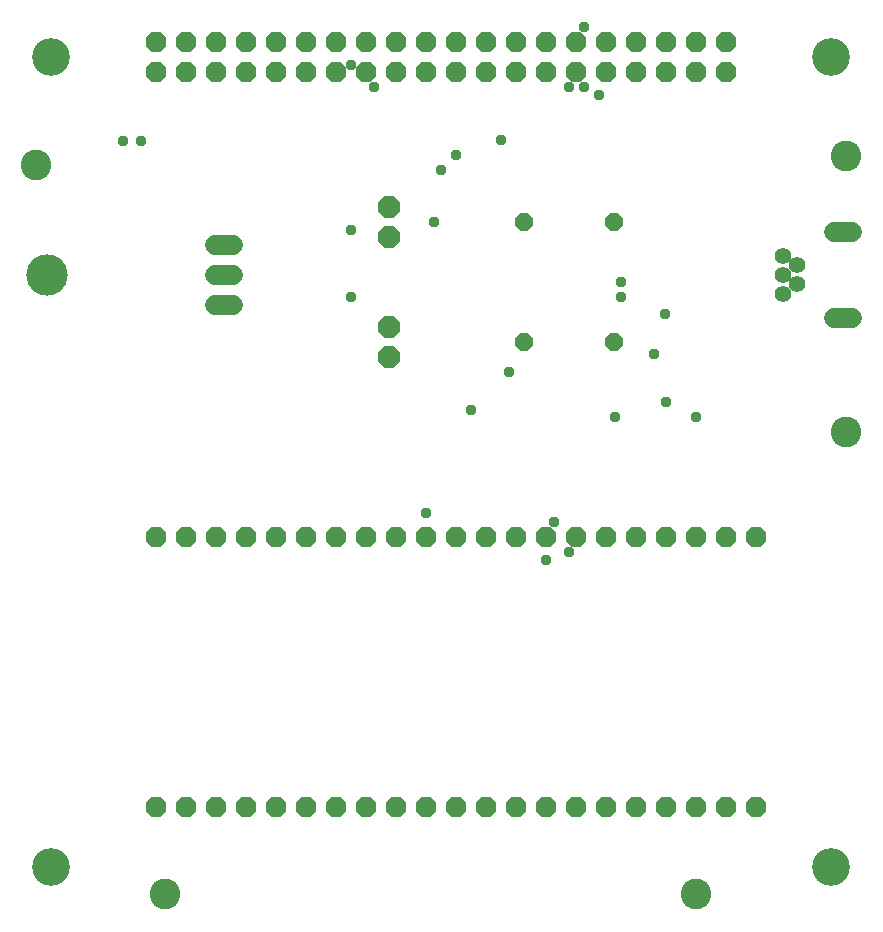
<source format=gbr>
G04 EAGLE Gerber RS-274X export*
G75*
%MOMM*%
%FSLAX34Y34*%
%LPD*%
%INSoldermask Bottom*%
%IPPOS*%
%AMOC8*
5,1,8,0,0,1.08239X$1,22.5*%
G01*
%ADD10P,1.951982X8X292.500000*%
%ADD11C,1.727200*%
%ADD12C,3.505200*%
%ADD13P,1.869504X8X202.500000*%
%ADD14C,1.711200*%
%ADD15C,1.411200*%
%ADD16P,1.649562X8X202.500000*%
%ADD17C,3.203200*%
%ADD18C,2.603200*%
%ADD19P,1.852186X8X22.500000*%
%ADD20C,0.959600*%


D10*
X336550Y406400D03*
X336550Y381000D03*
X336550Y508000D03*
X336550Y482600D03*
D11*
X204470Y425450D02*
X189230Y425450D01*
X189230Y450850D02*
X204470Y450850D01*
X204470Y476250D02*
X189230Y476250D01*
D12*
X46990Y450850D03*
D13*
X622300Y622300D03*
X622300Y647700D03*
X596900Y622300D03*
X596900Y647700D03*
X571500Y622300D03*
X571500Y647700D03*
X546100Y622300D03*
X546100Y647700D03*
X520700Y622300D03*
X520700Y647700D03*
X495300Y622300D03*
X495300Y647700D03*
X469900Y622300D03*
X469900Y647700D03*
X444500Y622300D03*
X444500Y647700D03*
X419100Y622300D03*
X419100Y647700D03*
X393700Y622300D03*
X393700Y647700D03*
X368300Y622300D03*
X368300Y647700D03*
X342900Y622300D03*
X342900Y647700D03*
X317500Y622300D03*
X317500Y647700D03*
X292100Y622300D03*
X292100Y647700D03*
X266700Y622300D03*
X266700Y647700D03*
X241300Y622300D03*
X241300Y647700D03*
X215900Y622300D03*
X215900Y647700D03*
X190500Y622300D03*
X190500Y647700D03*
X165100Y622300D03*
X165100Y647700D03*
X139700Y622300D03*
X139700Y647700D03*
D14*
X713210Y414350D02*
X728290Y414350D01*
X728290Y487350D02*
X713210Y487350D01*
D15*
X682250Y458850D03*
X670250Y450850D03*
X670250Y434850D03*
X670250Y466850D03*
X682250Y442850D03*
D16*
X527050Y393700D03*
X450850Y393700D03*
X527050Y495300D03*
X450850Y495300D03*
D17*
X50800Y635000D03*
X711200Y635000D03*
X50800Y-50800D03*
X711200Y-50800D03*
D18*
X147320Y-73660D03*
X596900Y-73660D03*
X38100Y543560D03*
X723900Y551180D03*
X723900Y317500D03*
D19*
X139700Y228600D03*
X165100Y228600D03*
X190500Y228600D03*
X215900Y228600D03*
X241300Y228600D03*
X266700Y228600D03*
X292100Y228600D03*
X317500Y228600D03*
X342900Y228600D03*
X368300Y228600D03*
X393700Y228600D03*
X419100Y228600D03*
X444500Y228600D03*
X469900Y228600D03*
X495300Y228600D03*
X520700Y228600D03*
X546100Y228600D03*
X571500Y228600D03*
X596900Y228600D03*
X622300Y228600D03*
X647700Y228600D03*
X139700Y0D03*
X165100Y0D03*
X190500Y0D03*
X215900Y0D03*
X241300Y0D03*
X266700Y0D03*
X292100Y0D03*
X317500Y0D03*
X342900Y0D03*
X368300Y0D03*
X393700Y0D03*
X419100Y0D03*
X444500Y0D03*
X469900Y0D03*
X495300Y0D03*
X520700Y0D03*
X546100Y0D03*
X571500Y0D03*
X596900Y0D03*
X622300Y0D03*
X647700Y0D03*
D20*
X323850Y609600D03*
X431800Y565150D03*
X406400Y336550D03*
X438150Y368300D03*
X381000Y539750D03*
X393700Y552450D03*
X501650Y609600D03*
X528320Y330200D03*
X501650Y660400D03*
X571500Y342900D03*
X111760Y563880D03*
X368300Y248920D03*
X476250Y241300D03*
X514350Y603250D03*
X596900Y330200D03*
X127000Y563880D03*
X488950Y215900D03*
X533400Y444500D03*
X469900Y209550D03*
X533400Y431800D03*
X561340Y383540D03*
X570230Y417830D03*
X374650Y495300D03*
X488950Y609600D03*
X304800Y431800D03*
X304800Y488950D03*
X304800Y628650D03*
M02*

</source>
